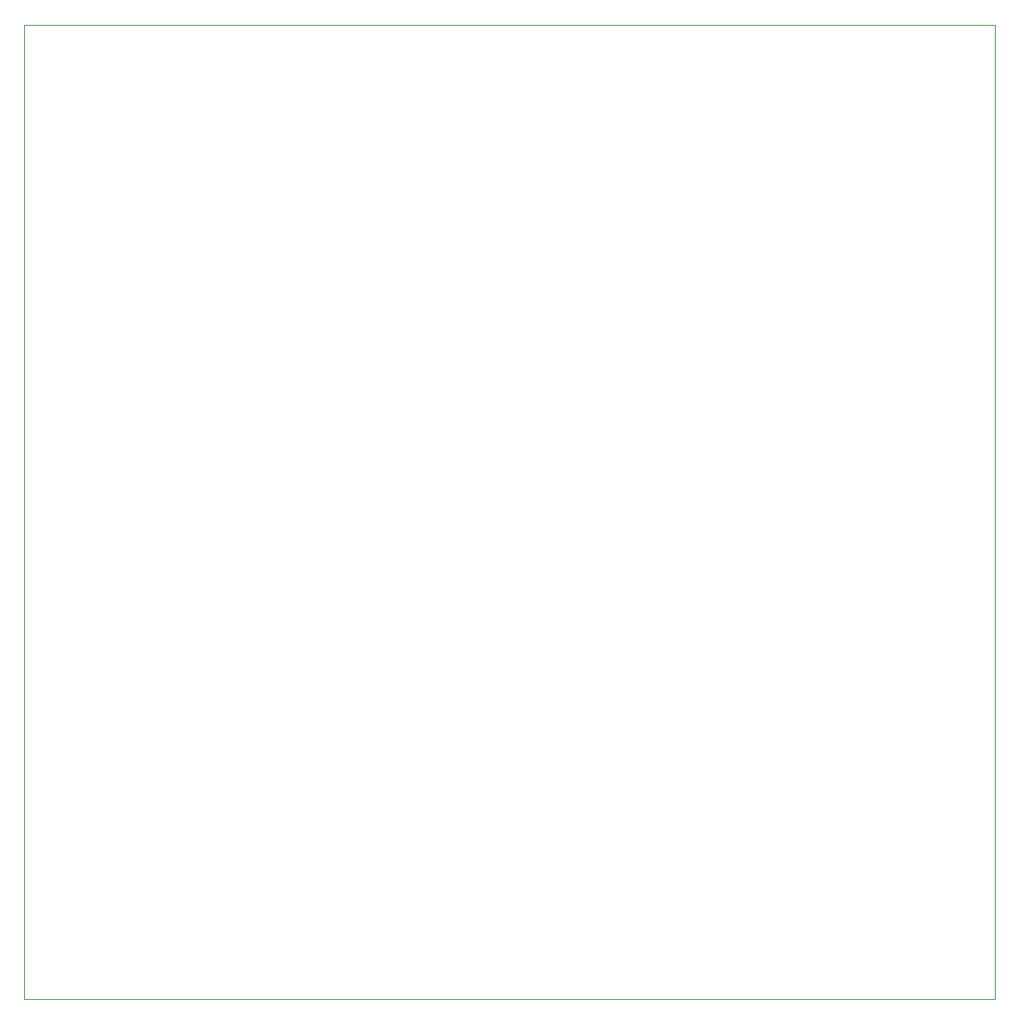
<source format=gbr>
%TF.GenerationSoftware,KiCad,Pcbnew,8.0.1*%
%TF.CreationDate,2024-04-21T10:41:17+07:00*%
%TF.ProjectId,RIFD_Final,52494644-5f46-4696-9e61-6c2e6b696361,rev?*%
%TF.SameCoordinates,Original*%
%TF.FileFunction,Profile,NP*%
%FSLAX46Y46*%
G04 Gerber Fmt 4.6, Leading zero omitted, Abs format (unit mm)*
G04 Created by KiCad (PCBNEW 8.0.1) date 2024-04-21 10:41:17*
%MOMM*%
%LPD*%
G01*
G04 APERTURE LIST*
%TA.AperFunction,Profile*%
%ADD10C,0.050000*%
%TD*%
G04 APERTURE END LIST*
D10*
X68900000Y-26750000D02*
X171100000Y-26750000D01*
X171100000Y-129350000D01*
X68900000Y-129350000D01*
X68900000Y-26750000D01*
M02*

</source>
